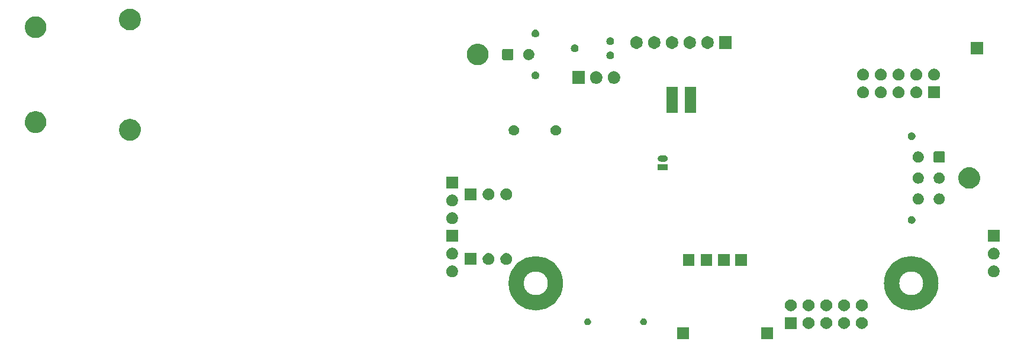
<source format=gbr>
G04 #@! TF.GenerationSoftware,KiCad,Pcbnew,5.1.5+dfsg1-2build2*
G04 #@! TF.CreationDate,2021-11-21T14:02:16+01:00*
G04 #@! TF.ProjectId,wideband_controller_mre,77696465-6261-46e6-945f-636f6e74726f,V1.0*
G04 #@! TF.SameCoordinates,Original*
G04 #@! TF.FileFunction,Soldermask,Bot*
G04 #@! TF.FilePolarity,Negative*
%FSLAX46Y46*%
G04 Gerber Fmt 4.6, Leading zero omitted, Abs format (unit mm)*
G04 Created by KiCad (PCBNEW 5.1.5+dfsg1-2build2) date 2021-11-21 14:02:16*
%MOMM*%
%LPD*%
G04 APERTURE LIST*
%ADD10C,2.200000*%
%ADD11C,0.100000*%
G04 APERTURE END LIST*
D10*
X91300000Y-162700000D02*
G75*
G03X91300000Y-162700000I-2800000J0D01*
G01*
X145000000Y-162700000D02*
G75*
G03X145000000Y-162700000I-2800000J0D01*
G01*
D11*
G36*
X122466200Y-170731200D02*
G01*
X120764200Y-170731200D01*
X120764200Y-169029200D01*
X122466200Y-169029200D01*
X122466200Y-170731200D01*
G37*
G36*
X110401200Y-170731200D02*
G01*
X108699200Y-170731200D01*
X108699200Y-169029200D01*
X110401200Y-169029200D01*
X110401200Y-170731200D01*
G37*
G36*
X125824080Y-169230060D02*
G01*
X124122080Y-169230060D01*
X124122080Y-167528060D01*
X125824080Y-167528060D01*
X125824080Y-169230060D01*
G37*
G36*
X127761308Y-167560763D02*
G01*
X127916180Y-167624913D01*
X128055561Y-167718045D01*
X128174095Y-167836579D01*
X128267227Y-167975960D01*
X128331377Y-168130832D01*
X128364080Y-168295244D01*
X128364080Y-168462876D01*
X128331377Y-168627288D01*
X128267227Y-168782160D01*
X128174095Y-168921541D01*
X128055561Y-169040075D01*
X127916180Y-169133207D01*
X127761308Y-169197357D01*
X127596896Y-169230060D01*
X127429264Y-169230060D01*
X127264852Y-169197357D01*
X127109980Y-169133207D01*
X126970599Y-169040075D01*
X126852065Y-168921541D01*
X126758933Y-168782160D01*
X126694783Y-168627288D01*
X126662080Y-168462876D01*
X126662080Y-168295244D01*
X126694783Y-168130832D01*
X126758933Y-167975960D01*
X126852065Y-167836579D01*
X126970599Y-167718045D01*
X127109980Y-167624913D01*
X127264852Y-167560763D01*
X127429264Y-167528060D01*
X127596896Y-167528060D01*
X127761308Y-167560763D01*
G37*
G36*
X132841308Y-167560763D02*
G01*
X132996180Y-167624913D01*
X133135561Y-167718045D01*
X133254095Y-167836579D01*
X133347227Y-167975960D01*
X133411377Y-168130832D01*
X133444080Y-168295244D01*
X133444080Y-168462876D01*
X133411377Y-168627288D01*
X133347227Y-168782160D01*
X133254095Y-168921541D01*
X133135561Y-169040075D01*
X132996180Y-169133207D01*
X132841308Y-169197357D01*
X132676896Y-169230060D01*
X132509264Y-169230060D01*
X132344852Y-169197357D01*
X132189980Y-169133207D01*
X132050599Y-169040075D01*
X131932065Y-168921541D01*
X131838933Y-168782160D01*
X131774783Y-168627288D01*
X131742080Y-168462876D01*
X131742080Y-168295244D01*
X131774783Y-168130832D01*
X131838933Y-167975960D01*
X131932065Y-167836579D01*
X132050599Y-167718045D01*
X132189980Y-167624913D01*
X132344852Y-167560763D01*
X132509264Y-167528060D01*
X132676896Y-167528060D01*
X132841308Y-167560763D01*
G37*
G36*
X135381308Y-167560763D02*
G01*
X135536180Y-167624913D01*
X135675561Y-167718045D01*
X135794095Y-167836579D01*
X135887227Y-167975960D01*
X135951377Y-168130832D01*
X135984080Y-168295244D01*
X135984080Y-168462876D01*
X135951377Y-168627288D01*
X135887227Y-168782160D01*
X135794095Y-168921541D01*
X135675561Y-169040075D01*
X135536180Y-169133207D01*
X135381308Y-169197357D01*
X135216896Y-169230060D01*
X135049264Y-169230060D01*
X134884852Y-169197357D01*
X134729980Y-169133207D01*
X134590599Y-169040075D01*
X134472065Y-168921541D01*
X134378933Y-168782160D01*
X134314783Y-168627288D01*
X134282080Y-168462876D01*
X134282080Y-168295244D01*
X134314783Y-168130832D01*
X134378933Y-167975960D01*
X134472065Y-167836579D01*
X134590599Y-167718045D01*
X134729980Y-167624913D01*
X134884852Y-167560763D01*
X135049264Y-167528060D01*
X135216896Y-167528060D01*
X135381308Y-167560763D01*
G37*
G36*
X130301308Y-167560763D02*
G01*
X130456180Y-167624913D01*
X130595561Y-167718045D01*
X130714095Y-167836579D01*
X130807227Y-167975960D01*
X130871377Y-168130832D01*
X130904080Y-168295244D01*
X130904080Y-168462876D01*
X130871377Y-168627288D01*
X130807227Y-168782160D01*
X130714095Y-168921541D01*
X130595561Y-169040075D01*
X130456180Y-169133207D01*
X130301308Y-169197357D01*
X130136896Y-169230060D01*
X129969264Y-169230060D01*
X129804852Y-169197357D01*
X129649980Y-169133207D01*
X129510599Y-169040075D01*
X129392065Y-168921541D01*
X129298933Y-168782160D01*
X129234783Y-168627288D01*
X129202080Y-168462876D01*
X129202080Y-168295244D01*
X129234783Y-168130832D01*
X129298933Y-167975960D01*
X129392065Y-167836579D01*
X129510599Y-167718045D01*
X129649980Y-167624913D01*
X129804852Y-167560763D01*
X129969264Y-167528060D01*
X130136896Y-167528060D01*
X130301308Y-167560763D01*
G37*
G36*
X104058532Y-167730541D02*
G01*
X104148707Y-167767893D01*
X104229863Y-167822120D01*
X104298880Y-167891137D01*
X104353107Y-167972293D01*
X104390459Y-168062468D01*
X104409500Y-168158197D01*
X104409500Y-168255803D01*
X104390459Y-168351532D01*
X104353107Y-168441707D01*
X104298880Y-168522863D01*
X104229863Y-168591880D01*
X104148707Y-168646107D01*
X104058532Y-168683459D01*
X103962803Y-168702500D01*
X103865197Y-168702500D01*
X103769468Y-168683459D01*
X103679293Y-168646107D01*
X103598137Y-168591880D01*
X103529120Y-168522863D01*
X103474893Y-168441707D01*
X103437541Y-168351532D01*
X103418500Y-168255803D01*
X103418500Y-168158197D01*
X103437541Y-168062468D01*
X103474893Y-167972293D01*
X103529120Y-167891137D01*
X103598137Y-167822120D01*
X103679293Y-167767893D01*
X103769468Y-167730541D01*
X103865197Y-167711500D01*
X103962803Y-167711500D01*
X104058532Y-167730541D01*
G37*
G36*
X96058532Y-167730541D02*
G01*
X96148707Y-167767893D01*
X96229863Y-167822120D01*
X96298880Y-167891137D01*
X96353107Y-167972293D01*
X96390459Y-168062468D01*
X96409500Y-168158197D01*
X96409500Y-168255803D01*
X96390459Y-168351532D01*
X96353107Y-168441707D01*
X96298880Y-168522863D01*
X96229863Y-168591880D01*
X96148707Y-168646107D01*
X96058532Y-168683459D01*
X95962803Y-168702500D01*
X95865197Y-168702500D01*
X95769468Y-168683459D01*
X95679293Y-168646107D01*
X95598137Y-168591880D01*
X95529120Y-168522863D01*
X95474893Y-168441707D01*
X95437541Y-168351532D01*
X95418500Y-168255803D01*
X95418500Y-168158197D01*
X95437541Y-168062468D01*
X95474893Y-167972293D01*
X95529120Y-167891137D01*
X95598137Y-167822120D01*
X95679293Y-167767893D01*
X95769468Y-167730541D01*
X95865197Y-167711500D01*
X95962803Y-167711500D01*
X96058532Y-167730541D01*
G37*
G36*
X127761308Y-165020763D02*
G01*
X127916180Y-165084913D01*
X128055561Y-165178045D01*
X128174095Y-165296579D01*
X128267227Y-165435960D01*
X128331377Y-165590832D01*
X128364080Y-165755244D01*
X128364080Y-165922876D01*
X128331377Y-166087288D01*
X128267227Y-166242160D01*
X128174095Y-166381541D01*
X128055561Y-166500075D01*
X127916180Y-166593207D01*
X127761308Y-166657357D01*
X127596896Y-166690060D01*
X127429264Y-166690060D01*
X127264852Y-166657357D01*
X127109980Y-166593207D01*
X126970599Y-166500075D01*
X126852065Y-166381541D01*
X126758933Y-166242160D01*
X126694783Y-166087288D01*
X126662080Y-165922876D01*
X126662080Y-165755244D01*
X126694783Y-165590832D01*
X126758933Y-165435960D01*
X126852065Y-165296579D01*
X126970599Y-165178045D01*
X127109980Y-165084913D01*
X127264852Y-165020763D01*
X127429264Y-164988060D01*
X127596896Y-164988060D01*
X127761308Y-165020763D01*
G37*
G36*
X130301308Y-165020763D02*
G01*
X130456180Y-165084913D01*
X130595561Y-165178045D01*
X130714095Y-165296579D01*
X130807227Y-165435960D01*
X130871377Y-165590832D01*
X130904080Y-165755244D01*
X130904080Y-165922876D01*
X130871377Y-166087288D01*
X130807227Y-166242160D01*
X130714095Y-166381541D01*
X130595561Y-166500075D01*
X130456180Y-166593207D01*
X130301308Y-166657357D01*
X130136896Y-166690060D01*
X129969264Y-166690060D01*
X129804852Y-166657357D01*
X129649980Y-166593207D01*
X129510599Y-166500075D01*
X129392065Y-166381541D01*
X129298933Y-166242160D01*
X129234783Y-166087288D01*
X129202080Y-165922876D01*
X129202080Y-165755244D01*
X129234783Y-165590832D01*
X129298933Y-165435960D01*
X129392065Y-165296579D01*
X129510599Y-165178045D01*
X129649980Y-165084913D01*
X129804852Y-165020763D01*
X129969264Y-164988060D01*
X130136896Y-164988060D01*
X130301308Y-165020763D01*
G37*
G36*
X125221308Y-165020763D02*
G01*
X125376180Y-165084913D01*
X125515561Y-165178045D01*
X125634095Y-165296579D01*
X125727227Y-165435960D01*
X125791377Y-165590832D01*
X125824080Y-165755244D01*
X125824080Y-165922876D01*
X125791377Y-166087288D01*
X125727227Y-166242160D01*
X125634095Y-166381541D01*
X125515561Y-166500075D01*
X125376180Y-166593207D01*
X125221308Y-166657357D01*
X125056896Y-166690060D01*
X124889264Y-166690060D01*
X124724852Y-166657357D01*
X124569980Y-166593207D01*
X124430599Y-166500075D01*
X124312065Y-166381541D01*
X124218933Y-166242160D01*
X124154783Y-166087288D01*
X124122080Y-165922876D01*
X124122080Y-165755244D01*
X124154783Y-165590832D01*
X124218933Y-165435960D01*
X124312065Y-165296579D01*
X124430599Y-165178045D01*
X124569980Y-165084913D01*
X124724852Y-165020763D01*
X124889264Y-164988060D01*
X125056896Y-164988060D01*
X125221308Y-165020763D01*
G37*
G36*
X132841308Y-165020763D02*
G01*
X132996180Y-165084913D01*
X133135561Y-165178045D01*
X133254095Y-165296579D01*
X133347227Y-165435960D01*
X133411377Y-165590832D01*
X133444080Y-165755244D01*
X133444080Y-165922876D01*
X133411377Y-166087288D01*
X133347227Y-166242160D01*
X133254095Y-166381541D01*
X133135561Y-166500075D01*
X132996180Y-166593207D01*
X132841308Y-166657357D01*
X132676896Y-166690060D01*
X132509264Y-166690060D01*
X132344852Y-166657357D01*
X132189980Y-166593207D01*
X132050599Y-166500075D01*
X131932065Y-166381541D01*
X131838933Y-166242160D01*
X131774783Y-166087288D01*
X131742080Y-165922876D01*
X131742080Y-165755244D01*
X131774783Y-165590832D01*
X131838933Y-165435960D01*
X131932065Y-165296579D01*
X132050599Y-165178045D01*
X132189980Y-165084913D01*
X132344852Y-165020763D01*
X132509264Y-164988060D01*
X132676896Y-164988060D01*
X132841308Y-165020763D01*
G37*
G36*
X135381308Y-165020763D02*
G01*
X135536180Y-165084913D01*
X135675561Y-165178045D01*
X135794095Y-165296579D01*
X135887227Y-165435960D01*
X135951377Y-165590832D01*
X135984080Y-165755244D01*
X135984080Y-165922876D01*
X135951377Y-166087288D01*
X135887227Y-166242160D01*
X135794095Y-166381541D01*
X135675561Y-166500075D01*
X135536180Y-166593207D01*
X135381308Y-166657357D01*
X135216896Y-166690060D01*
X135049264Y-166690060D01*
X134884852Y-166657357D01*
X134729980Y-166593207D01*
X134590599Y-166500075D01*
X134472065Y-166381541D01*
X134378933Y-166242160D01*
X134314783Y-166087288D01*
X134282080Y-165922876D01*
X134282080Y-165755244D01*
X134314783Y-165590832D01*
X134378933Y-165435960D01*
X134472065Y-165296579D01*
X134590599Y-165178045D01*
X134729980Y-165084913D01*
X134884852Y-165020763D01*
X135049264Y-164988060D01*
X135216896Y-164988060D01*
X135381308Y-165020763D01*
G37*
G36*
X76778428Y-160171903D02*
G01*
X76933300Y-160236053D01*
X77072681Y-160329185D01*
X77191215Y-160447719D01*
X77284347Y-160587100D01*
X77348497Y-160741972D01*
X77381200Y-160906384D01*
X77381200Y-161074016D01*
X77348497Y-161238428D01*
X77284347Y-161393300D01*
X77191215Y-161532681D01*
X77072681Y-161651215D01*
X76933300Y-161744347D01*
X76778428Y-161808497D01*
X76614016Y-161841200D01*
X76446384Y-161841200D01*
X76281972Y-161808497D01*
X76127100Y-161744347D01*
X75987719Y-161651215D01*
X75869185Y-161532681D01*
X75776053Y-161393300D01*
X75711903Y-161238428D01*
X75679200Y-161074016D01*
X75679200Y-160906384D01*
X75711903Y-160741972D01*
X75776053Y-160587100D01*
X75869185Y-160447719D01*
X75987719Y-160329185D01*
X76127100Y-160236053D01*
X76281972Y-160171903D01*
X76446384Y-160139200D01*
X76614016Y-160139200D01*
X76778428Y-160171903D01*
G37*
G36*
X154248428Y-160171903D02*
G01*
X154403300Y-160236053D01*
X154542681Y-160329185D01*
X154661215Y-160447719D01*
X154754347Y-160587100D01*
X154818497Y-160741972D01*
X154851200Y-160906384D01*
X154851200Y-161074016D01*
X154818497Y-161238428D01*
X154754347Y-161393300D01*
X154661215Y-161532681D01*
X154542681Y-161651215D01*
X154403300Y-161744347D01*
X154248428Y-161808497D01*
X154084016Y-161841200D01*
X153916384Y-161841200D01*
X153751972Y-161808497D01*
X153597100Y-161744347D01*
X153457719Y-161651215D01*
X153339185Y-161532681D01*
X153246053Y-161393300D01*
X153181903Y-161238428D01*
X153149200Y-161074016D01*
X153149200Y-160906384D01*
X153181903Y-160741972D01*
X153246053Y-160587100D01*
X153339185Y-160447719D01*
X153457719Y-160329185D01*
X153597100Y-160236053D01*
X153751972Y-160171903D01*
X153916384Y-160139200D01*
X154084016Y-160139200D01*
X154248428Y-160171903D01*
G37*
G36*
X118751600Y-160211800D02*
G01*
X117049600Y-160211800D01*
X117049600Y-158509800D01*
X118751600Y-158509800D01*
X118751600Y-160211800D01*
G37*
G36*
X116251600Y-160211800D02*
G01*
X114549600Y-160211800D01*
X114549600Y-158509800D01*
X116251600Y-158509800D01*
X116251600Y-160211800D01*
G37*
G36*
X111213600Y-160173800D02*
G01*
X109587600Y-160173800D01*
X109587600Y-158547800D01*
X111213600Y-158547800D01*
X111213600Y-160173800D01*
G37*
G36*
X113713600Y-160173800D02*
G01*
X112087600Y-160173800D01*
X112087600Y-158547800D01*
X113713600Y-158547800D01*
X113713600Y-160173800D01*
G37*
G36*
X84525428Y-158393903D02*
G01*
X84680300Y-158458053D01*
X84819681Y-158551185D01*
X84938215Y-158669719D01*
X85031347Y-158809100D01*
X85095497Y-158963972D01*
X85128200Y-159128384D01*
X85128200Y-159296016D01*
X85095497Y-159460428D01*
X85031347Y-159615300D01*
X84938215Y-159754681D01*
X84819681Y-159873215D01*
X84680300Y-159966347D01*
X84525428Y-160030497D01*
X84361016Y-160063200D01*
X84193384Y-160063200D01*
X84028972Y-160030497D01*
X83874100Y-159966347D01*
X83734719Y-159873215D01*
X83616185Y-159754681D01*
X83523053Y-159615300D01*
X83458903Y-159460428D01*
X83426200Y-159296016D01*
X83426200Y-159128384D01*
X83458903Y-158963972D01*
X83523053Y-158809100D01*
X83616185Y-158669719D01*
X83734719Y-158551185D01*
X83874100Y-158458053D01*
X84028972Y-158393903D01*
X84193384Y-158361200D01*
X84361016Y-158361200D01*
X84525428Y-158393903D01*
G37*
G36*
X81985428Y-158393903D02*
G01*
X82140300Y-158458053D01*
X82279681Y-158551185D01*
X82398215Y-158669719D01*
X82491347Y-158809100D01*
X82555497Y-158963972D01*
X82588200Y-159128384D01*
X82588200Y-159296016D01*
X82555497Y-159460428D01*
X82491347Y-159615300D01*
X82398215Y-159754681D01*
X82279681Y-159873215D01*
X82140300Y-159966347D01*
X81985428Y-160030497D01*
X81821016Y-160063200D01*
X81653384Y-160063200D01*
X81488972Y-160030497D01*
X81334100Y-159966347D01*
X81194719Y-159873215D01*
X81076185Y-159754681D01*
X80983053Y-159615300D01*
X80918903Y-159460428D01*
X80886200Y-159296016D01*
X80886200Y-159128384D01*
X80918903Y-158963972D01*
X80983053Y-158809100D01*
X81076185Y-158669719D01*
X81194719Y-158551185D01*
X81334100Y-158458053D01*
X81488972Y-158393903D01*
X81653384Y-158361200D01*
X81821016Y-158361200D01*
X81985428Y-158393903D01*
G37*
G36*
X80048200Y-160063200D02*
G01*
X78346200Y-160063200D01*
X78346200Y-158361200D01*
X80048200Y-158361200D01*
X80048200Y-160063200D01*
G37*
G36*
X76778428Y-157631903D02*
G01*
X76933300Y-157696053D01*
X77072681Y-157789185D01*
X77191215Y-157907719D01*
X77284347Y-158047100D01*
X77348497Y-158201972D01*
X77381200Y-158366384D01*
X77381200Y-158534016D01*
X77348497Y-158698428D01*
X77284347Y-158853300D01*
X77191215Y-158992681D01*
X77072681Y-159111215D01*
X76933300Y-159204347D01*
X76778428Y-159268497D01*
X76614016Y-159301200D01*
X76446384Y-159301200D01*
X76281972Y-159268497D01*
X76127100Y-159204347D01*
X75987719Y-159111215D01*
X75869185Y-158992681D01*
X75776053Y-158853300D01*
X75711903Y-158698428D01*
X75679200Y-158534016D01*
X75679200Y-158366384D01*
X75711903Y-158201972D01*
X75776053Y-158047100D01*
X75869185Y-157907719D01*
X75987719Y-157789185D01*
X76127100Y-157696053D01*
X76281972Y-157631903D01*
X76446384Y-157599200D01*
X76614016Y-157599200D01*
X76778428Y-157631903D01*
G37*
G36*
X154248428Y-157631903D02*
G01*
X154403300Y-157696053D01*
X154542681Y-157789185D01*
X154661215Y-157907719D01*
X154754347Y-158047100D01*
X154818497Y-158201972D01*
X154851200Y-158366384D01*
X154851200Y-158534016D01*
X154818497Y-158698428D01*
X154754347Y-158853300D01*
X154661215Y-158992681D01*
X154542681Y-159111215D01*
X154403300Y-159204347D01*
X154248428Y-159268497D01*
X154084016Y-159301200D01*
X153916384Y-159301200D01*
X153751972Y-159268497D01*
X153597100Y-159204347D01*
X153457719Y-159111215D01*
X153339185Y-158992681D01*
X153246053Y-158853300D01*
X153181903Y-158698428D01*
X153149200Y-158534016D01*
X153149200Y-158366384D01*
X153181903Y-158201972D01*
X153246053Y-158047100D01*
X153339185Y-157907719D01*
X153457719Y-157789185D01*
X153597100Y-157696053D01*
X153751972Y-157631903D01*
X153916384Y-157599200D01*
X154084016Y-157599200D01*
X154248428Y-157631903D01*
G37*
G36*
X77381200Y-156761200D02*
G01*
X75679200Y-156761200D01*
X75679200Y-155059200D01*
X77381200Y-155059200D01*
X77381200Y-156761200D01*
G37*
G36*
X154851200Y-156761200D02*
G01*
X153149200Y-156761200D01*
X153149200Y-155059200D01*
X154851200Y-155059200D01*
X154851200Y-156761200D01*
G37*
G36*
X76778428Y-152551903D02*
G01*
X76933300Y-152616053D01*
X77072681Y-152709185D01*
X77191215Y-152827719D01*
X77284347Y-152967100D01*
X77348497Y-153121972D01*
X77381200Y-153286384D01*
X77381200Y-153454016D01*
X77348497Y-153618428D01*
X77284347Y-153773300D01*
X77191215Y-153912681D01*
X77072681Y-154031215D01*
X76933300Y-154124347D01*
X76778428Y-154188497D01*
X76614016Y-154221200D01*
X76446384Y-154221200D01*
X76281972Y-154188497D01*
X76127100Y-154124347D01*
X75987719Y-154031215D01*
X75869185Y-153912681D01*
X75776053Y-153773300D01*
X75711903Y-153618428D01*
X75679200Y-153454016D01*
X75679200Y-153286384D01*
X75711903Y-153121972D01*
X75776053Y-152967100D01*
X75869185Y-152827719D01*
X75987719Y-152709185D01*
X76127100Y-152616053D01*
X76281972Y-152551903D01*
X76446384Y-152519200D01*
X76614016Y-152519200D01*
X76778428Y-152551903D01*
G37*
G36*
X142420721Y-153070174D02*
G01*
X142520995Y-153111709D01*
X142565812Y-153141655D01*
X142611242Y-153172010D01*
X142687990Y-153248758D01*
X142687991Y-153248760D01*
X142748291Y-153339005D01*
X142789826Y-153439279D01*
X142811000Y-153545730D01*
X142811000Y-153654270D01*
X142789826Y-153760721D01*
X142748291Y-153860995D01*
X142748290Y-153860996D01*
X142687990Y-153951242D01*
X142611242Y-154027990D01*
X142606415Y-154031215D01*
X142520995Y-154088291D01*
X142420721Y-154129826D01*
X142314270Y-154151000D01*
X142205730Y-154151000D01*
X142099279Y-154129826D01*
X141999005Y-154088291D01*
X141913585Y-154031215D01*
X141908758Y-154027990D01*
X141832010Y-153951242D01*
X141771710Y-153860996D01*
X141771709Y-153860995D01*
X141730174Y-153760721D01*
X141709000Y-153654270D01*
X141709000Y-153545730D01*
X141730174Y-153439279D01*
X141771709Y-153339005D01*
X141832009Y-153248760D01*
X141832010Y-153248758D01*
X141908758Y-153172010D01*
X141954188Y-153141655D01*
X141999005Y-153111709D01*
X142099279Y-153070174D01*
X142205730Y-153049000D01*
X142314270Y-153049000D01*
X142420721Y-153070174D01*
G37*
G36*
X76778428Y-150011903D02*
G01*
X76933300Y-150076053D01*
X77072681Y-150169185D01*
X77191215Y-150287719D01*
X77284347Y-150427100D01*
X77348497Y-150581972D01*
X77381200Y-150746384D01*
X77381200Y-150914016D01*
X77348497Y-151078428D01*
X77284347Y-151233300D01*
X77191215Y-151372681D01*
X77072681Y-151491215D01*
X76933300Y-151584347D01*
X76778428Y-151648497D01*
X76614016Y-151681200D01*
X76446384Y-151681200D01*
X76281972Y-151648497D01*
X76127100Y-151584347D01*
X75987719Y-151491215D01*
X75869185Y-151372681D01*
X75776053Y-151233300D01*
X75711903Y-151078428D01*
X75679200Y-150914016D01*
X75679200Y-150746384D01*
X75711903Y-150581972D01*
X75776053Y-150427100D01*
X75869185Y-150287719D01*
X75987719Y-150169185D01*
X76127100Y-150076053D01*
X76281972Y-150011903D01*
X76446384Y-149979200D01*
X76614016Y-149979200D01*
X76778428Y-150011903D01*
G37*
G36*
X146433642Y-149829781D02*
G01*
X146579414Y-149890162D01*
X146579416Y-149890163D01*
X146710608Y-149977822D01*
X146822178Y-150089392D01*
X146889019Y-150189428D01*
X146909838Y-150220586D01*
X146970219Y-150366358D01*
X147001000Y-150521107D01*
X147001000Y-150678893D01*
X146970219Y-150833642D01*
X146909838Y-150979414D01*
X146909837Y-150979416D01*
X146822178Y-151110608D01*
X146710608Y-151222178D01*
X146579416Y-151309837D01*
X146579415Y-151309838D01*
X146579414Y-151309838D01*
X146433642Y-151370219D01*
X146278893Y-151401000D01*
X146121107Y-151401000D01*
X145966358Y-151370219D01*
X145820586Y-151309838D01*
X145820585Y-151309838D01*
X145820584Y-151309837D01*
X145689392Y-151222178D01*
X145577822Y-151110608D01*
X145490163Y-150979416D01*
X145490162Y-150979414D01*
X145429781Y-150833642D01*
X145399000Y-150678893D01*
X145399000Y-150521107D01*
X145429781Y-150366358D01*
X145490162Y-150220586D01*
X145510981Y-150189428D01*
X145577822Y-150089392D01*
X145689392Y-149977822D01*
X145820584Y-149890163D01*
X145820586Y-149890162D01*
X145966358Y-149829781D01*
X146121107Y-149799000D01*
X146278893Y-149799000D01*
X146433642Y-149829781D01*
G37*
G36*
X143433642Y-149829781D02*
G01*
X143579414Y-149890162D01*
X143579416Y-149890163D01*
X143710608Y-149977822D01*
X143822178Y-150089392D01*
X143889019Y-150189428D01*
X143909838Y-150220586D01*
X143970219Y-150366358D01*
X144001000Y-150521107D01*
X144001000Y-150678893D01*
X143970219Y-150833642D01*
X143909838Y-150979414D01*
X143909837Y-150979416D01*
X143822178Y-151110608D01*
X143710608Y-151222178D01*
X143579416Y-151309837D01*
X143579415Y-151309838D01*
X143579414Y-151309838D01*
X143433642Y-151370219D01*
X143278893Y-151401000D01*
X143121107Y-151401000D01*
X142966358Y-151370219D01*
X142820586Y-151309838D01*
X142820585Y-151309838D01*
X142820584Y-151309837D01*
X142689392Y-151222178D01*
X142577822Y-151110608D01*
X142490163Y-150979416D01*
X142490162Y-150979414D01*
X142429781Y-150833642D01*
X142399000Y-150678893D01*
X142399000Y-150521107D01*
X142429781Y-150366358D01*
X142490162Y-150220586D01*
X142510981Y-150189428D01*
X142577822Y-150089392D01*
X142689392Y-149977822D01*
X142820584Y-149890163D01*
X142820586Y-149890162D01*
X142966358Y-149829781D01*
X143121107Y-149799000D01*
X143278893Y-149799000D01*
X143433642Y-149829781D01*
G37*
G36*
X84525428Y-149122903D02*
G01*
X84680300Y-149187053D01*
X84819681Y-149280185D01*
X84938215Y-149398719D01*
X85031347Y-149538100D01*
X85095497Y-149692972D01*
X85128200Y-149857384D01*
X85128200Y-150025016D01*
X85095497Y-150189428D01*
X85031347Y-150344300D01*
X84938215Y-150483681D01*
X84819681Y-150602215D01*
X84680300Y-150695347D01*
X84525428Y-150759497D01*
X84361016Y-150792200D01*
X84193384Y-150792200D01*
X84028972Y-150759497D01*
X83874100Y-150695347D01*
X83734719Y-150602215D01*
X83616185Y-150483681D01*
X83523053Y-150344300D01*
X83458903Y-150189428D01*
X83426200Y-150025016D01*
X83426200Y-149857384D01*
X83458903Y-149692972D01*
X83523053Y-149538100D01*
X83616185Y-149398719D01*
X83734719Y-149280185D01*
X83874100Y-149187053D01*
X84028972Y-149122903D01*
X84193384Y-149090200D01*
X84361016Y-149090200D01*
X84525428Y-149122903D01*
G37*
G36*
X81985428Y-149122903D02*
G01*
X82140300Y-149187053D01*
X82279681Y-149280185D01*
X82398215Y-149398719D01*
X82491347Y-149538100D01*
X82555497Y-149692972D01*
X82588200Y-149857384D01*
X82588200Y-150025016D01*
X82555497Y-150189428D01*
X82491347Y-150344300D01*
X82398215Y-150483681D01*
X82279681Y-150602215D01*
X82140300Y-150695347D01*
X81985428Y-150759497D01*
X81821016Y-150792200D01*
X81653384Y-150792200D01*
X81488972Y-150759497D01*
X81334100Y-150695347D01*
X81194719Y-150602215D01*
X81076185Y-150483681D01*
X80983053Y-150344300D01*
X80918903Y-150189428D01*
X80886200Y-150025016D01*
X80886200Y-149857384D01*
X80918903Y-149692972D01*
X80983053Y-149538100D01*
X81076185Y-149398719D01*
X81194719Y-149280185D01*
X81334100Y-149187053D01*
X81488972Y-149122903D01*
X81653384Y-149090200D01*
X81821016Y-149090200D01*
X81985428Y-149122903D01*
G37*
G36*
X80048200Y-150792200D02*
G01*
X78346200Y-150792200D01*
X78346200Y-149090200D01*
X80048200Y-149090200D01*
X80048200Y-150792200D01*
G37*
G36*
X150822585Y-146078802D02*
G01*
X150972410Y-146108604D01*
X151254674Y-146225521D01*
X151508705Y-146395259D01*
X151724741Y-146611295D01*
X151894479Y-146865326D01*
X152011396Y-147147590D01*
X152071000Y-147447240D01*
X152071000Y-147752760D01*
X152011396Y-148052410D01*
X151894479Y-148334674D01*
X151724741Y-148588705D01*
X151508705Y-148804741D01*
X151254674Y-148974479D01*
X150972410Y-149091396D01*
X150822585Y-149121198D01*
X150672761Y-149151000D01*
X150367239Y-149151000D01*
X150217415Y-149121198D01*
X150067590Y-149091396D01*
X149785326Y-148974479D01*
X149531295Y-148804741D01*
X149315259Y-148588705D01*
X149145521Y-148334674D01*
X149028604Y-148052410D01*
X148969000Y-147752760D01*
X148969000Y-147447240D01*
X149028604Y-147147590D01*
X149145521Y-146865326D01*
X149315259Y-146611295D01*
X149531295Y-146395259D01*
X149785326Y-146225521D01*
X150067590Y-146108604D01*
X150217415Y-146078802D01*
X150367239Y-146049000D01*
X150672761Y-146049000D01*
X150822585Y-146078802D01*
G37*
G36*
X77381200Y-149141200D02*
G01*
X75679200Y-149141200D01*
X75679200Y-147439200D01*
X77381200Y-147439200D01*
X77381200Y-149141200D01*
G37*
G36*
X143433642Y-146829781D02*
G01*
X143579414Y-146890162D01*
X143579416Y-146890163D01*
X143710608Y-146977822D01*
X143822178Y-147089392D01*
X143861064Y-147147590D01*
X143909838Y-147220586D01*
X143970219Y-147366358D01*
X144001000Y-147521107D01*
X144001000Y-147678893D01*
X143970219Y-147833642D01*
X143909838Y-147979414D01*
X143909837Y-147979416D01*
X143822178Y-148110608D01*
X143710608Y-148222178D01*
X143579416Y-148309837D01*
X143579415Y-148309838D01*
X143579414Y-148309838D01*
X143433642Y-148370219D01*
X143278893Y-148401000D01*
X143121107Y-148401000D01*
X142966358Y-148370219D01*
X142820586Y-148309838D01*
X142820585Y-148309838D01*
X142820584Y-148309837D01*
X142689392Y-148222178D01*
X142577822Y-148110608D01*
X142490163Y-147979416D01*
X142490162Y-147979414D01*
X142429781Y-147833642D01*
X142399000Y-147678893D01*
X142399000Y-147521107D01*
X142429781Y-147366358D01*
X142490162Y-147220586D01*
X142538936Y-147147590D01*
X142577822Y-147089392D01*
X142689392Y-146977822D01*
X142820584Y-146890163D01*
X142820586Y-146890162D01*
X142966358Y-146829781D01*
X143121107Y-146799000D01*
X143278893Y-146799000D01*
X143433642Y-146829781D01*
G37*
G36*
X146433642Y-146829781D02*
G01*
X146579414Y-146890162D01*
X146579416Y-146890163D01*
X146710608Y-146977822D01*
X146822178Y-147089392D01*
X146861064Y-147147590D01*
X146909838Y-147220586D01*
X146970219Y-147366358D01*
X147001000Y-147521107D01*
X147001000Y-147678893D01*
X146970219Y-147833642D01*
X146909838Y-147979414D01*
X146909837Y-147979416D01*
X146822178Y-148110608D01*
X146710608Y-148222178D01*
X146579416Y-148309837D01*
X146579415Y-148309838D01*
X146579414Y-148309838D01*
X146433642Y-148370219D01*
X146278893Y-148401000D01*
X146121107Y-148401000D01*
X145966358Y-148370219D01*
X145820586Y-148309838D01*
X145820585Y-148309838D01*
X145820584Y-148309837D01*
X145689392Y-148222178D01*
X145577822Y-148110608D01*
X145490163Y-147979416D01*
X145490162Y-147979414D01*
X145429781Y-147833642D01*
X145399000Y-147678893D01*
X145399000Y-147521107D01*
X145429781Y-147366358D01*
X145490162Y-147220586D01*
X145538936Y-147147590D01*
X145577822Y-147089392D01*
X145689392Y-146977822D01*
X145820584Y-146890163D01*
X145820586Y-146890162D01*
X145966358Y-146829781D01*
X146121107Y-146799000D01*
X146278893Y-146799000D01*
X146433642Y-146829781D01*
G37*
G36*
X107355600Y-146506000D02*
G01*
X105953600Y-146506000D01*
X105953600Y-145604000D01*
X107355600Y-145604000D01*
X107355600Y-146506000D01*
G37*
G36*
X146853048Y-143803122D02*
G01*
X146887387Y-143813539D01*
X146919036Y-143830456D01*
X146946778Y-143853222D01*
X146969544Y-143880964D01*
X146986461Y-143912613D01*
X146996878Y-143946952D01*
X147001000Y-143988807D01*
X147001000Y-145211193D01*
X146996878Y-145253048D01*
X146986461Y-145287387D01*
X146969544Y-145319036D01*
X146946778Y-145346778D01*
X146919036Y-145369544D01*
X146887387Y-145386461D01*
X146853048Y-145396878D01*
X146811193Y-145401000D01*
X145588807Y-145401000D01*
X145546952Y-145396878D01*
X145512613Y-145386461D01*
X145480964Y-145369544D01*
X145453222Y-145346778D01*
X145430456Y-145319036D01*
X145413539Y-145287387D01*
X145403122Y-145253048D01*
X145399000Y-145211193D01*
X145399000Y-143988807D01*
X145403122Y-143946952D01*
X145413539Y-143912613D01*
X145430456Y-143880964D01*
X145453222Y-143853222D01*
X145480964Y-143830456D01*
X145512613Y-143813539D01*
X145546952Y-143803122D01*
X145588807Y-143799000D01*
X146811193Y-143799000D01*
X146853048Y-143803122D01*
G37*
G36*
X143433642Y-143829781D02*
G01*
X143557208Y-143880964D01*
X143579416Y-143890163D01*
X143710608Y-143977822D01*
X143822178Y-144089392D01*
X143909837Y-144220584D01*
X143909838Y-144220586D01*
X143970219Y-144366358D01*
X144001000Y-144521107D01*
X144001000Y-144678893D01*
X143970219Y-144833642D01*
X143943225Y-144898810D01*
X143909837Y-144979416D01*
X143822178Y-145110608D01*
X143710608Y-145222178D01*
X143579416Y-145309837D01*
X143579415Y-145309838D01*
X143579414Y-145309838D01*
X143433642Y-145370219D01*
X143278893Y-145401000D01*
X143121107Y-145401000D01*
X142966358Y-145370219D01*
X142820586Y-145309838D01*
X142820585Y-145309838D01*
X142820584Y-145309837D01*
X142689392Y-145222178D01*
X142577822Y-145110608D01*
X142490163Y-144979416D01*
X142456775Y-144898810D01*
X142429781Y-144833642D01*
X142399000Y-144678893D01*
X142399000Y-144521107D01*
X142429781Y-144366358D01*
X142490162Y-144220586D01*
X142490163Y-144220584D01*
X142577822Y-144089392D01*
X142689392Y-143977822D01*
X142820584Y-143890163D01*
X142842792Y-143880964D01*
X142966358Y-143829781D01*
X143121107Y-143799000D01*
X143278893Y-143799000D01*
X143433642Y-143829781D01*
G37*
G36*
X106993010Y-144365925D02*
G01*
X107078026Y-144391714D01*
X107156375Y-144433593D01*
X107225049Y-144489951D01*
X107281407Y-144558625D01*
X107323286Y-144636974D01*
X107349075Y-144721990D01*
X107357782Y-144810400D01*
X107349075Y-144898810D01*
X107323286Y-144983826D01*
X107281407Y-145062175D01*
X107225049Y-145130849D01*
X107156375Y-145187207D01*
X107078026Y-145229086D01*
X106993010Y-145254875D01*
X106926758Y-145261400D01*
X106382442Y-145261400D01*
X106316190Y-145254875D01*
X106231174Y-145229086D01*
X106152825Y-145187207D01*
X106084151Y-145130849D01*
X106027793Y-145062175D01*
X105985914Y-144983826D01*
X105960125Y-144898810D01*
X105951418Y-144810400D01*
X105960125Y-144721990D01*
X105985914Y-144636974D01*
X106027793Y-144558625D01*
X106084151Y-144489951D01*
X106152825Y-144433593D01*
X106231174Y-144391714D01*
X106316190Y-144365925D01*
X106382442Y-144359400D01*
X106926758Y-144359400D01*
X106993010Y-144365925D01*
G37*
G36*
X30801277Y-139188263D02*
G01*
X30901152Y-139208129D01*
X31018059Y-139256554D01*
X31183391Y-139325036D01*
X31437401Y-139494760D01*
X31653420Y-139710779D01*
X31823144Y-139964789D01*
X31940051Y-140247029D01*
X31973676Y-140416070D01*
X31999650Y-140546653D01*
X31999650Y-140852147D01*
X31940051Y-141151772D01*
X31931668Y-141172010D01*
X31823144Y-141434011D01*
X31653420Y-141688021D01*
X31437401Y-141904040D01*
X31183391Y-142073764D01*
X31018059Y-142142246D01*
X30901152Y-142190671D01*
X30801277Y-142210537D01*
X30601529Y-142250270D01*
X30296031Y-142250270D01*
X30096283Y-142210537D01*
X29996408Y-142190671D01*
X29879501Y-142142246D01*
X29714169Y-142073764D01*
X29460159Y-141904040D01*
X29244140Y-141688021D01*
X29074416Y-141434011D01*
X28965892Y-141172010D01*
X28957509Y-141151772D01*
X28897910Y-140852147D01*
X28897910Y-140546653D01*
X28923885Y-140416070D01*
X28957509Y-140247029D01*
X29074416Y-139964789D01*
X29244140Y-139710779D01*
X29460159Y-139494760D01*
X29714169Y-139325036D01*
X29879501Y-139256554D01*
X29996408Y-139208129D01*
X30096283Y-139188263D01*
X30296031Y-139148530D01*
X30601529Y-139148530D01*
X30801277Y-139188263D01*
G37*
G36*
X142420721Y-141070174D02*
G01*
X142520995Y-141111709D01*
X142565812Y-141141655D01*
X142611242Y-141172010D01*
X142687990Y-141248758D01*
X142687991Y-141248760D01*
X142748291Y-141339005D01*
X142789826Y-141439279D01*
X142811000Y-141545730D01*
X142811000Y-141654270D01*
X142789826Y-141760721D01*
X142748291Y-141860995D01*
X142748290Y-141860996D01*
X142687990Y-141951242D01*
X142611242Y-142027990D01*
X142565812Y-142058345D01*
X142520995Y-142088291D01*
X142420721Y-142129826D01*
X142314270Y-142151000D01*
X142205730Y-142151000D01*
X142099279Y-142129826D01*
X141999005Y-142088291D01*
X141954188Y-142058345D01*
X141908758Y-142027990D01*
X141832010Y-141951242D01*
X141771710Y-141860996D01*
X141771709Y-141860995D01*
X141730174Y-141760721D01*
X141709000Y-141654270D01*
X141709000Y-141545730D01*
X141730174Y-141439279D01*
X141771709Y-141339005D01*
X141832009Y-141248760D01*
X141832010Y-141248758D01*
X141908758Y-141172010D01*
X141954188Y-141141655D01*
X141999005Y-141111709D01*
X142099279Y-141070174D01*
X142205730Y-141049000D01*
X142314270Y-141049000D01*
X142420721Y-141070174D01*
G37*
G36*
X85579659Y-140049660D02*
G01*
X85716332Y-140106272D01*
X85839335Y-140188460D01*
X85943940Y-140293065D01*
X85971420Y-140334192D01*
X86026129Y-140416070D01*
X86082740Y-140552741D01*
X86089794Y-140588202D01*
X86111600Y-140697833D01*
X86111600Y-140845767D01*
X86082740Y-140990859D01*
X86026128Y-141127532D01*
X85943940Y-141250535D01*
X85839335Y-141355140D01*
X85716332Y-141437328D01*
X85716331Y-141437329D01*
X85716330Y-141437329D01*
X85579659Y-141493940D01*
X85434568Y-141522800D01*
X85286632Y-141522800D01*
X85141541Y-141493940D01*
X85004870Y-141437329D01*
X85004869Y-141437329D01*
X85004868Y-141437328D01*
X84881865Y-141355140D01*
X84777260Y-141250535D01*
X84695072Y-141127532D01*
X84638460Y-140990859D01*
X84609600Y-140845767D01*
X84609600Y-140697833D01*
X84631407Y-140588202D01*
X84638460Y-140552741D01*
X84695071Y-140416070D01*
X84749780Y-140334192D01*
X84777260Y-140293065D01*
X84881865Y-140188460D01*
X85004868Y-140106272D01*
X85141541Y-140049660D01*
X85286632Y-140020800D01*
X85434568Y-140020800D01*
X85579659Y-140049660D01*
G37*
G36*
X91579659Y-140049660D02*
G01*
X91716332Y-140106272D01*
X91839335Y-140188460D01*
X91943940Y-140293065D01*
X91971420Y-140334192D01*
X92026129Y-140416070D01*
X92082740Y-140552741D01*
X92089794Y-140588202D01*
X92111600Y-140697833D01*
X92111600Y-140845767D01*
X92082740Y-140990859D01*
X92026128Y-141127532D01*
X91943940Y-141250535D01*
X91839335Y-141355140D01*
X91716332Y-141437328D01*
X91716331Y-141437329D01*
X91716330Y-141437329D01*
X91579659Y-141493940D01*
X91434568Y-141522800D01*
X91286632Y-141522800D01*
X91141541Y-141493940D01*
X91004870Y-141437329D01*
X91004869Y-141437329D01*
X91004868Y-141437328D01*
X90881865Y-141355140D01*
X90777260Y-141250535D01*
X90695072Y-141127532D01*
X90638460Y-140990859D01*
X90609600Y-140845767D01*
X90609600Y-140697833D01*
X90631407Y-140588202D01*
X90638460Y-140552741D01*
X90695071Y-140416070D01*
X90749780Y-140334192D01*
X90777260Y-140293065D01*
X90881865Y-140188460D01*
X91004868Y-140106272D01*
X91141541Y-140049660D01*
X91286632Y-140020800D01*
X91434568Y-140020800D01*
X91579659Y-140049660D01*
G37*
G36*
X17303717Y-138088443D02*
G01*
X17403592Y-138108309D01*
X17520499Y-138156734D01*
X17685831Y-138225216D01*
X17939841Y-138394940D01*
X18155860Y-138610959D01*
X18325584Y-138864969D01*
X18394066Y-139030301D01*
X18442491Y-139147208D01*
X18502090Y-139446833D01*
X18502090Y-139752327D01*
X18448688Y-140020800D01*
X18442491Y-140051951D01*
X18325584Y-140334191D01*
X18155860Y-140588201D01*
X17939841Y-140804220D01*
X17685831Y-140973944D01*
X17520499Y-141042426D01*
X17403592Y-141090851D01*
X17303717Y-141110717D01*
X17103969Y-141150450D01*
X16798471Y-141150450D01*
X16598723Y-141110717D01*
X16498848Y-141090851D01*
X16381941Y-141042426D01*
X16216609Y-140973944D01*
X15962599Y-140804220D01*
X15746580Y-140588201D01*
X15576856Y-140334191D01*
X15459949Y-140051951D01*
X15453753Y-140020800D01*
X15400350Y-139752327D01*
X15400350Y-139446833D01*
X15459949Y-139147208D01*
X15508374Y-139030301D01*
X15576856Y-138864969D01*
X15746580Y-138610959D01*
X15962599Y-138394940D01*
X16216609Y-138225216D01*
X16381941Y-138156734D01*
X16498848Y-138108309D01*
X16598723Y-138088443D01*
X16798471Y-138048710D01*
X17103969Y-138048710D01*
X17303717Y-138088443D01*
G37*
G36*
X111401000Y-138251000D02*
G01*
X109799000Y-138251000D01*
X109799000Y-134549000D01*
X111401000Y-134549000D01*
X111401000Y-138251000D01*
G37*
G36*
X108801000Y-138251000D02*
G01*
X107199000Y-138251000D01*
X107199000Y-134549000D01*
X108801000Y-134549000D01*
X108801000Y-138251000D01*
G37*
G36*
X140646728Y-134517903D02*
G01*
X140801600Y-134582053D01*
X140940981Y-134675185D01*
X141059515Y-134793719D01*
X141152647Y-134933100D01*
X141216797Y-135087972D01*
X141249500Y-135252384D01*
X141249500Y-135420016D01*
X141216797Y-135584428D01*
X141152647Y-135739300D01*
X141059515Y-135878681D01*
X140940981Y-135997215D01*
X140801600Y-136090347D01*
X140646728Y-136154497D01*
X140482316Y-136187200D01*
X140314684Y-136187200D01*
X140150272Y-136154497D01*
X139995400Y-136090347D01*
X139856019Y-135997215D01*
X139737485Y-135878681D01*
X139644353Y-135739300D01*
X139580203Y-135584428D01*
X139547500Y-135420016D01*
X139547500Y-135252384D01*
X139580203Y-135087972D01*
X139644353Y-134933100D01*
X139737485Y-134793719D01*
X139856019Y-134675185D01*
X139995400Y-134582053D01*
X140150272Y-134517903D01*
X140314684Y-134485200D01*
X140482316Y-134485200D01*
X140646728Y-134517903D01*
G37*
G36*
X135566728Y-134517903D02*
G01*
X135721600Y-134582053D01*
X135860981Y-134675185D01*
X135979515Y-134793719D01*
X136072647Y-134933100D01*
X136136797Y-135087972D01*
X136169500Y-135252384D01*
X136169500Y-135420016D01*
X136136797Y-135584428D01*
X136072647Y-135739300D01*
X135979515Y-135878681D01*
X135860981Y-135997215D01*
X135721600Y-136090347D01*
X135566728Y-136154497D01*
X135402316Y-136187200D01*
X135234684Y-136187200D01*
X135070272Y-136154497D01*
X134915400Y-136090347D01*
X134776019Y-135997215D01*
X134657485Y-135878681D01*
X134564353Y-135739300D01*
X134500203Y-135584428D01*
X134467500Y-135420016D01*
X134467500Y-135252384D01*
X134500203Y-135087972D01*
X134564353Y-134933100D01*
X134657485Y-134793719D01*
X134776019Y-134675185D01*
X134915400Y-134582053D01*
X135070272Y-134517903D01*
X135234684Y-134485200D01*
X135402316Y-134485200D01*
X135566728Y-134517903D01*
G37*
G36*
X138106728Y-134517903D02*
G01*
X138261600Y-134582053D01*
X138400981Y-134675185D01*
X138519515Y-134793719D01*
X138612647Y-134933100D01*
X138676797Y-135087972D01*
X138709500Y-135252384D01*
X138709500Y-135420016D01*
X138676797Y-135584428D01*
X138612647Y-135739300D01*
X138519515Y-135878681D01*
X138400981Y-135997215D01*
X138261600Y-136090347D01*
X138106728Y-136154497D01*
X137942316Y-136187200D01*
X137774684Y-136187200D01*
X137610272Y-136154497D01*
X137455400Y-136090347D01*
X137316019Y-135997215D01*
X137197485Y-135878681D01*
X137104353Y-135739300D01*
X137040203Y-135584428D01*
X137007500Y-135420016D01*
X137007500Y-135252384D01*
X137040203Y-135087972D01*
X137104353Y-134933100D01*
X137197485Y-134793719D01*
X137316019Y-134675185D01*
X137455400Y-134582053D01*
X137610272Y-134517903D01*
X137774684Y-134485200D01*
X137942316Y-134485200D01*
X138106728Y-134517903D01*
G37*
G36*
X143186728Y-134517903D02*
G01*
X143341600Y-134582053D01*
X143480981Y-134675185D01*
X143599515Y-134793719D01*
X143692647Y-134933100D01*
X143756797Y-135087972D01*
X143789500Y-135252384D01*
X143789500Y-135420016D01*
X143756797Y-135584428D01*
X143692647Y-135739300D01*
X143599515Y-135878681D01*
X143480981Y-135997215D01*
X143341600Y-136090347D01*
X143186728Y-136154497D01*
X143022316Y-136187200D01*
X142854684Y-136187200D01*
X142690272Y-136154497D01*
X142535400Y-136090347D01*
X142396019Y-135997215D01*
X142277485Y-135878681D01*
X142184353Y-135739300D01*
X142120203Y-135584428D01*
X142087500Y-135420016D01*
X142087500Y-135252384D01*
X142120203Y-135087972D01*
X142184353Y-134933100D01*
X142277485Y-134793719D01*
X142396019Y-134675185D01*
X142535400Y-134582053D01*
X142690272Y-134517903D01*
X142854684Y-134485200D01*
X143022316Y-134485200D01*
X143186728Y-134517903D01*
G37*
G36*
X146329500Y-136187200D02*
G01*
X144627500Y-136187200D01*
X144627500Y-134485200D01*
X146329500Y-134485200D01*
X146329500Y-136187200D01*
G37*
G36*
X99793512Y-132303927D02*
G01*
X99942812Y-132333624D01*
X100106784Y-132401544D01*
X100254354Y-132500147D01*
X100379853Y-132625646D01*
X100478456Y-132773216D01*
X100546376Y-132937188D01*
X100581000Y-133111259D01*
X100581000Y-133288741D01*
X100546376Y-133462812D01*
X100478456Y-133626784D01*
X100379853Y-133774354D01*
X100254354Y-133899853D01*
X100106784Y-133998456D01*
X99942812Y-134066376D01*
X99793512Y-134096073D01*
X99768742Y-134101000D01*
X99591258Y-134101000D01*
X99566488Y-134096073D01*
X99417188Y-134066376D01*
X99253216Y-133998456D01*
X99105646Y-133899853D01*
X98980147Y-133774354D01*
X98881544Y-133626784D01*
X98813624Y-133462812D01*
X98779000Y-133288741D01*
X98779000Y-133111259D01*
X98813624Y-132937188D01*
X98881544Y-132773216D01*
X98980147Y-132625646D01*
X99105646Y-132500147D01*
X99253216Y-132401544D01*
X99417188Y-132333624D01*
X99566488Y-132303927D01*
X99591258Y-132299000D01*
X99768742Y-132299000D01*
X99793512Y-132303927D01*
G37*
G36*
X97253512Y-132303927D02*
G01*
X97402812Y-132333624D01*
X97566784Y-132401544D01*
X97714354Y-132500147D01*
X97839853Y-132625646D01*
X97938456Y-132773216D01*
X98006376Y-132937188D01*
X98041000Y-133111259D01*
X98041000Y-133288741D01*
X98006376Y-133462812D01*
X97938456Y-133626784D01*
X97839853Y-133774354D01*
X97714354Y-133899853D01*
X97566784Y-133998456D01*
X97402812Y-134066376D01*
X97253512Y-134096073D01*
X97228742Y-134101000D01*
X97051258Y-134101000D01*
X97026488Y-134096073D01*
X96877188Y-134066376D01*
X96713216Y-133998456D01*
X96565646Y-133899853D01*
X96440147Y-133774354D01*
X96341544Y-133626784D01*
X96273624Y-133462812D01*
X96239000Y-133288741D01*
X96239000Y-133111259D01*
X96273624Y-132937188D01*
X96341544Y-132773216D01*
X96440147Y-132625646D01*
X96565646Y-132500147D01*
X96713216Y-132401544D01*
X96877188Y-132333624D01*
X97026488Y-132303927D01*
X97051258Y-132299000D01*
X97228742Y-132299000D01*
X97253512Y-132303927D01*
G37*
G36*
X95501000Y-134101000D02*
G01*
X93699000Y-134101000D01*
X93699000Y-132299000D01*
X95501000Y-132299000D01*
X95501000Y-134101000D01*
G37*
G36*
X145726728Y-131977903D02*
G01*
X145881600Y-132042053D01*
X146020981Y-132135185D01*
X146139515Y-132253719D01*
X146232647Y-132393100D01*
X146296797Y-132547972D01*
X146329500Y-132712384D01*
X146329500Y-132880016D01*
X146296797Y-133044428D01*
X146232647Y-133199300D01*
X146139515Y-133338681D01*
X146020981Y-133457215D01*
X145881600Y-133550347D01*
X145726728Y-133614497D01*
X145562316Y-133647200D01*
X145394684Y-133647200D01*
X145230272Y-133614497D01*
X145075400Y-133550347D01*
X144936019Y-133457215D01*
X144817485Y-133338681D01*
X144724353Y-133199300D01*
X144660203Y-133044428D01*
X144627500Y-132880016D01*
X144627500Y-132712384D01*
X144660203Y-132547972D01*
X144724353Y-132393100D01*
X144817485Y-132253719D01*
X144936019Y-132135185D01*
X145075400Y-132042053D01*
X145230272Y-131977903D01*
X145394684Y-131945200D01*
X145562316Y-131945200D01*
X145726728Y-131977903D01*
G37*
G36*
X140646728Y-131977903D02*
G01*
X140801600Y-132042053D01*
X140940981Y-132135185D01*
X141059515Y-132253719D01*
X141152647Y-132393100D01*
X141216797Y-132547972D01*
X141249500Y-132712384D01*
X141249500Y-132880016D01*
X141216797Y-133044428D01*
X141152647Y-133199300D01*
X141059515Y-133338681D01*
X140940981Y-133457215D01*
X140801600Y-133550347D01*
X140646728Y-133614497D01*
X140482316Y-133647200D01*
X140314684Y-133647200D01*
X140150272Y-133614497D01*
X139995400Y-133550347D01*
X139856019Y-133457215D01*
X139737485Y-133338681D01*
X139644353Y-133199300D01*
X139580203Y-133044428D01*
X139547500Y-132880016D01*
X139547500Y-132712384D01*
X139580203Y-132547972D01*
X139644353Y-132393100D01*
X139737485Y-132253719D01*
X139856019Y-132135185D01*
X139995400Y-132042053D01*
X140150272Y-131977903D01*
X140314684Y-131945200D01*
X140482316Y-131945200D01*
X140646728Y-131977903D01*
G37*
G36*
X138106728Y-131977903D02*
G01*
X138261600Y-132042053D01*
X138400981Y-132135185D01*
X138519515Y-132253719D01*
X138612647Y-132393100D01*
X138676797Y-132547972D01*
X138709500Y-132712384D01*
X138709500Y-132880016D01*
X138676797Y-133044428D01*
X138612647Y-133199300D01*
X138519515Y-133338681D01*
X138400981Y-133457215D01*
X138261600Y-133550347D01*
X138106728Y-133614497D01*
X137942316Y-133647200D01*
X137774684Y-133647200D01*
X137610272Y-133614497D01*
X137455400Y-133550347D01*
X137316019Y-133457215D01*
X137197485Y-133338681D01*
X137104353Y-133199300D01*
X137040203Y-133044428D01*
X137007500Y-132880016D01*
X137007500Y-132712384D01*
X137040203Y-132547972D01*
X137104353Y-132393100D01*
X137197485Y-132253719D01*
X137316019Y-132135185D01*
X137455400Y-132042053D01*
X137610272Y-131977903D01*
X137774684Y-131945200D01*
X137942316Y-131945200D01*
X138106728Y-131977903D01*
G37*
G36*
X143186728Y-131977903D02*
G01*
X143341600Y-132042053D01*
X143480981Y-132135185D01*
X143599515Y-132253719D01*
X143692647Y-132393100D01*
X143756797Y-132547972D01*
X143789500Y-132712384D01*
X143789500Y-132880016D01*
X143756797Y-133044428D01*
X143692647Y-133199300D01*
X143599515Y-133338681D01*
X143480981Y-133457215D01*
X143341600Y-133550347D01*
X143186728Y-133614497D01*
X143022316Y-133647200D01*
X142854684Y-133647200D01*
X142690272Y-133614497D01*
X142535400Y-133550347D01*
X142396019Y-133457215D01*
X142277485Y-133338681D01*
X142184353Y-133199300D01*
X142120203Y-133044428D01*
X142087500Y-132880016D01*
X142087500Y-132712384D01*
X142120203Y-132547972D01*
X142184353Y-132393100D01*
X142277485Y-132253719D01*
X142396019Y-132135185D01*
X142535400Y-132042053D01*
X142690272Y-131977903D01*
X142854684Y-131945200D01*
X143022316Y-131945200D01*
X143186728Y-131977903D01*
G37*
G36*
X135566728Y-131977903D02*
G01*
X135721600Y-132042053D01*
X135860981Y-132135185D01*
X135979515Y-132253719D01*
X136072647Y-132393100D01*
X136136797Y-132547972D01*
X136169500Y-132712384D01*
X136169500Y-132880016D01*
X136136797Y-133044428D01*
X136072647Y-133199300D01*
X135979515Y-133338681D01*
X135860981Y-133457215D01*
X135721600Y-133550347D01*
X135566728Y-133614497D01*
X135402316Y-133647200D01*
X135234684Y-133647200D01*
X135070272Y-133614497D01*
X134915400Y-133550347D01*
X134776019Y-133457215D01*
X134657485Y-133338681D01*
X134564353Y-133199300D01*
X134500203Y-133044428D01*
X134467500Y-132880016D01*
X134467500Y-132712384D01*
X134500203Y-132547972D01*
X134564353Y-132393100D01*
X134657485Y-132253719D01*
X134776019Y-132135185D01*
X134915400Y-132042053D01*
X135070272Y-131977903D01*
X135234684Y-131945200D01*
X135402316Y-131945200D01*
X135566728Y-131977903D01*
G37*
G36*
X88600721Y-132370174D02*
G01*
X88700995Y-132411709D01*
X88700996Y-132411710D01*
X88791242Y-132472010D01*
X88867990Y-132548758D01*
X88867991Y-132548760D01*
X88928291Y-132639005D01*
X88969826Y-132739279D01*
X88991000Y-132845730D01*
X88991000Y-132954270D01*
X88969826Y-133060721D01*
X88928291Y-133160995D01*
X88928290Y-133160996D01*
X88867990Y-133251242D01*
X88791242Y-133327990D01*
X88745812Y-133358345D01*
X88700995Y-133388291D01*
X88600721Y-133429826D01*
X88494270Y-133451000D01*
X88385730Y-133451000D01*
X88279279Y-133429826D01*
X88179005Y-133388291D01*
X88134188Y-133358345D01*
X88088758Y-133327990D01*
X88012010Y-133251242D01*
X87951710Y-133160996D01*
X87951709Y-133160995D01*
X87910174Y-133060721D01*
X87889000Y-132954270D01*
X87889000Y-132845730D01*
X87910174Y-132739279D01*
X87951709Y-132639005D01*
X88012009Y-132548760D01*
X88012010Y-132548758D01*
X88088758Y-132472010D01*
X88179004Y-132411710D01*
X88179005Y-132411709D01*
X88279279Y-132370174D01*
X88385730Y-132349000D01*
X88494270Y-132349000D01*
X88600721Y-132370174D01*
G37*
G36*
X80482585Y-128378802D02*
G01*
X80632410Y-128408604D01*
X80914674Y-128525521D01*
X81168705Y-128695259D01*
X81384741Y-128911295D01*
X81554479Y-129165326D01*
X81671396Y-129447590D01*
X81691031Y-129546300D01*
X81731000Y-129747239D01*
X81731000Y-130052761D01*
X81727609Y-130069807D01*
X81671396Y-130352410D01*
X81554479Y-130634674D01*
X81384741Y-130888705D01*
X81168705Y-131104741D01*
X80914674Y-131274479D01*
X80632410Y-131391396D01*
X80482585Y-131421198D01*
X80332761Y-131451000D01*
X80027239Y-131451000D01*
X79877415Y-131421198D01*
X79727590Y-131391396D01*
X79445326Y-131274479D01*
X79191295Y-131104741D01*
X78975259Y-130888705D01*
X78805521Y-130634674D01*
X78688604Y-130352410D01*
X78632391Y-130069807D01*
X78629000Y-130052761D01*
X78629000Y-129747239D01*
X78668969Y-129546300D01*
X78688604Y-129447590D01*
X78805521Y-129165326D01*
X78975259Y-128911295D01*
X79191295Y-128695259D01*
X79445326Y-128525521D01*
X79727590Y-128408604D01*
X79877415Y-128378802D01*
X80027239Y-128349000D01*
X80332761Y-128349000D01*
X80482585Y-128378802D01*
G37*
G36*
X87733642Y-129129781D02*
G01*
X87857208Y-129180964D01*
X87879416Y-129190163D01*
X88010608Y-129277822D01*
X88122178Y-129389392D01*
X88185475Y-129484124D01*
X88209838Y-129520586D01*
X88270219Y-129666358D01*
X88301000Y-129821107D01*
X88301000Y-129978893D01*
X88270219Y-130133642D01*
X88211761Y-130274771D01*
X88209837Y-130279416D01*
X88122178Y-130410608D01*
X88010608Y-130522178D01*
X87879416Y-130609837D01*
X87879415Y-130609838D01*
X87879414Y-130609838D01*
X87733642Y-130670219D01*
X87578893Y-130701000D01*
X87421107Y-130701000D01*
X87266358Y-130670219D01*
X87120586Y-130609838D01*
X87120585Y-130609838D01*
X87120584Y-130609837D01*
X86989392Y-130522178D01*
X86877822Y-130410608D01*
X86790163Y-130279416D01*
X86788239Y-130274771D01*
X86729781Y-130133642D01*
X86699000Y-129978893D01*
X86699000Y-129821107D01*
X86729781Y-129666358D01*
X86790162Y-129520586D01*
X86814525Y-129484124D01*
X86877822Y-129389392D01*
X86989392Y-129277822D01*
X87120584Y-129190163D01*
X87142792Y-129180964D01*
X87266358Y-129129781D01*
X87421107Y-129099000D01*
X87578893Y-129099000D01*
X87733642Y-129129781D01*
G37*
G36*
X85153048Y-129103122D02*
G01*
X85187387Y-129113539D01*
X85219036Y-129130456D01*
X85246778Y-129153222D01*
X85269544Y-129180964D01*
X85286461Y-129212613D01*
X85296878Y-129246952D01*
X85301000Y-129288807D01*
X85301000Y-130511193D01*
X85296878Y-130553048D01*
X85286461Y-130587387D01*
X85269544Y-130619036D01*
X85246778Y-130646778D01*
X85219036Y-130669544D01*
X85187387Y-130686461D01*
X85153048Y-130696878D01*
X85111193Y-130701000D01*
X83888807Y-130701000D01*
X83846952Y-130696878D01*
X83812613Y-130686461D01*
X83780964Y-130669544D01*
X83753222Y-130646778D01*
X83730456Y-130619036D01*
X83713539Y-130587387D01*
X83703122Y-130553048D01*
X83699000Y-130511193D01*
X83699000Y-129288807D01*
X83703122Y-129246952D01*
X83713539Y-129212613D01*
X83730456Y-129180964D01*
X83753222Y-129153222D01*
X83780964Y-129130456D01*
X83812613Y-129113539D01*
X83846952Y-129103122D01*
X83888807Y-129099000D01*
X85111193Y-129099000D01*
X85153048Y-129103122D01*
G37*
G36*
X99246578Y-129480197D02*
G01*
X99299350Y-129490694D01*
X99398770Y-129531875D01*
X99488246Y-129591661D01*
X99564339Y-129667754D01*
X99624125Y-129757230D01*
X99665306Y-129856650D01*
X99686300Y-129962194D01*
X99686300Y-130069806D01*
X99665306Y-130175350D01*
X99624125Y-130274770D01*
X99564339Y-130364246D01*
X99488246Y-130440339D01*
X99398770Y-130500125D01*
X99299350Y-130541306D01*
X99246578Y-130551803D01*
X99193807Y-130562300D01*
X99086193Y-130562300D01*
X99033422Y-130551803D01*
X98980650Y-130541306D01*
X98881230Y-130500125D01*
X98791754Y-130440339D01*
X98715661Y-130364246D01*
X98655875Y-130274770D01*
X98614694Y-130175350D01*
X98593700Y-130069806D01*
X98593700Y-129962194D01*
X98614694Y-129856650D01*
X98655875Y-129757230D01*
X98715661Y-129667754D01*
X98791754Y-129591661D01*
X98881230Y-129531875D01*
X98980650Y-129490694D01*
X99033422Y-129480197D01*
X99086193Y-129469700D01*
X99193807Y-129469700D01*
X99246578Y-129480197D01*
G37*
G36*
X152501000Y-129901000D02*
G01*
X150699000Y-129901000D01*
X150699000Y-128099000D01*
X152501000Y-128099000D01*
X152501000Y-129901000D01*
G37*
G36*
X94159610Y-128462811D02*
G01*
X94219350Y-128474694D01*
X94318770Y-128515875D01*
X94408246Y-128575661D01*
X94484339Y-128651754D01*
X94544125Y-128741230D01*
X94585306Y-128840650D01*
X94606300Y-128946194D01*
X94606300Y-129053806D01*
X94585306Y-129159350D01*
X94544125Y-129258770D01*
X94484339Y-129348246D01*
X94408246Y-129424339D01*
X94318770Y-129484125D01*
X94219350Y-129525306D01*
X94186325Y-129531875D01*
X94113807Y-129546300D01*
X94006193Y-129546300D01*
X93933675Y-129531875D01*
X93900650Y-129525306D01*
X93801230Y-129484125D01*
X93711754Y-129424339D01*
X93635661Y-129348246D01*
X93575875Y-129258770D01*
X93534694Y-129159350D01*
X93513700Y-129053806D01*
X93513700Y-128946194D01*
X93534694Y-128840650D01*
X93575875Y-128741230D01*
X93635661Y-128651754D01*
X93711754Y-128575661D01*
X93801230Y-128515875D01*
X93900650Y-128474694D01*
X93960390Y-128462811D01*
X94006193Y-128453700D01*
X94113807Y-128453700D01*
X94159610Y-128462811D01*
G37*
G36*
X110633512Y-127303927D02*
G01*
X110782812Y-127333624D01*
X110946784Y-127401544D01*
X111094354Y-127500147D01*
X111219853Y-127625646D01*
X111318456Y-127773216D01*
X111386376Y-127937188D01*
X111421000Y-128111259D01*
X111421000Y-128288741D01*
X111386376Y-128462812D01*
X111318456Y-128626784D01*
X111219853Y-128774354D01*
X111094354Y-128899853D01*
X110946784Y-128998456D01*
X110782812Y-129066376D01*
X110633512Y-129096073D01*
X110608742Y-129101000D01*
X110431258Y-129101000D01*
X110406488Y-129096073D01*
X110257188Y-129066376D01*
X110093216Y-128998456D01*
X109945646Y-128899853D01*
X109820147Y-128774354D01*
X109721544Y-128626784D01*
X109653624Y-128462812D01*
X109619000Y-128288741D01*
X109619000Y-128111259D01*
X109653624Y-127937188D01*
X109721544Y-127773216D01*
X109820147Y-127625646D01*
X109945646Y-127500147D01*
X110093216Y-127401544D01*
X110257188Y-127333624D01*
X110406488Y-127303927D01*
X110431258Y-127299000D01*
X110608742Y-127299000D01*
X110633512Y-127303927D01*
G37*
G36*
X103013512Y-127303927D02*
G01*
X103162812Y-127333624D01*
X103326784Y-127401544D01*
X103474354Y-127500147D01*
X103599853Y-127625646D01*
X103698456Y-127773216D01*
X103766376Y-127937188D01*
X103801000Y-128111259D01*
X103801000Y-128288741D01*
X103766376Y-128462812D01*
X103698456Y-128626784D01*
X103599853Y-128774354D01*
X103474354Y-128899853D01*
X103326784Y-128998456D01*
X103162812Y-129066376D01*
X103013512Y-129096073D01*
X102988742Y-129101000D01*
X102811258Y-129101000D01*
X102786488Y-129096073D01*
X102637188Y-129066376D01*
X102473216Y-128998456D01*
X102325646Y-128899853D01*
X102200147Y-128774354D01*
X102101544Y-128626784D01*
X102033624Y-128462812D01*
X101999000Y-128288741D01*
X101999000Y-128111259D01*
X102033624Y-127937188D01*
X102101544Y-127773216D01*
X102200147Y-127625646D01*
X102325646Y-127500147D01*
X102473216Y-127401544D01*
X102637188Y-127333624D01*
X102786488Y-127303927D01*
X102811258Y-127299000D01*
X102988742Y-127299000D01*
X103013512Y-127303927D01*
G37*
G36*
X105553512Y-127303927D02*
G01*
X105702812Y-127333624D01*
X105866784Y-127401544D01*
X106014354Y-127500147D01*
X106139853Y-127625646D01*
X106238456Y-127773216D01*
X106306376Y-127937188D01*
X106341000Y-128111259D01*
X106341000Y-128288741D01*
X106306376Y-128462812D01*
X106238456Y-128626784D01*
X106139853Y-128774354D01*
X106014354Y-128899853D01*
X105866784Y-128998456D01*
X105702812Y-129066376D01*
X105553512Y-129096073D01*
X105528742Y-129101000D01*
X105351258Y-129101000D01*
X105326488Y-129096073D01*
X105177188Y-129066376D01*
X105013216Y-128998456D01*
X104865646Y-128899853D01*
X104740147Y-128774354D01*
X104641544Y-128626784D01*
X104573624Y-128462812D01*
X104539000Y-128288741D01*
X104539000Y-128111259D01*
X104573624Y-127937188D01*
X104641544Y-127773216D01*
X104740147Y-127625646D01*
X104865646Y-127500147D01*
X105013216Y-127401544D01*
X105177188Y-127333624D01*
X105326488Y-127303927D01*
X105351258Y-127299000D01*
X105528742Y-127299000D01*
X105553512Y-127303927D01*
G37*
G36*
X108093512Y-127303927D02*
G01*
X108242812Y-127333624D01*
X108406784Y-127401544D01*
X108554354Y-127500147D01*
X108679853Y-127625646D01*
X108778456Y-127773216D01*
X108846376Y-127937188D01*
X108881000Y-128111259D01*
X108881000Y-128288741D01*
X108846376Y-128462812D01*
X108778456Y-128626784D01*
X108679853Y-128774354D01*
X108554354Y-128899853D01*
X108406784Y-128998456D01*
X108242812Y-129066376D01*
X108093512Y-129096073D01*
X108068742Y-129101000D01*
X107891258Y-129101000D01*
X107866488Y-129096073D01*
X107717188Y-129066376D01*
X107553216Y-128998456D01*
X107405646Y-128899853D01*
X107280147Y-128774354D01*
X107181544Y-128626784D01*
X107113624Y-128462812D01*
X107079000Y-128288741D01*
X107079000Y-128111259D01*
X107113624Y-127937188D01*
X107181544Y-127773216D01*
X107280147Y-127625646D01*
X107405646Y-127500147D01*
X107553216Y-127401544D01*
X107717188Y-127333624D01*
X107866488Y-127303927D01*
X107891258Y-127299000D01*
X108068742Y-127299000D01*
X108093512Y-127303927D01*
G37*
G36*
X113173512Y-127303927D02*
G01*
X113322812Y-127333624D01*
X113486784Y-127401544D01*
X113634354Y-127500147D01*
X113759853Y-127625646D01*
X113858456Y-127773216D01*
X113926376Y-127937188D01*
X113961000Y-128111259D01*
X113961000Y-128288741D01*
X113926376Y-128462812D01*
X113858456Y-128626784D01*
X113759853Y-128774354D01*
X113634354Y-128899853D01*
X113486784Y-128998456D01*
X113322812Y-129066376D01*
X113173512Y-129096073D01*
X113148742Y-129101000D01*
X112971258Y-129101000D01*
X112946488Y-129096073D01*
X112797188Y-129066376D01*
X112633216Y-128998456D01*
X112485646Y-128899853D01*
X112360147Y-128774354D01*
X112261544Y-128626784D01*
X112193624Y-128462812D01*
X112159000Y-128288741D01*
X112159000Y-128111259D01*
X112193624Y-127937188D01*
X112261544Y-127773216D01*
X112360147Y-127625646D01*
X112485646Y-127500147D01*
X112633216Y-127401544D01*
X112797188Y-127333624D01*
X112946488Y-127303927D01*
X112971258Y-127299000D01*
X113148742Y-127299000D01*
X113173512Y-127303927D01*
G37*
G36*
X116501000Y-129101000D02*
G01*
X114699000Y-129101000D01*
X114699000Y-127299000D01*
X116501000Y-127299000D01*
X116501000Y-129101000D01*
G37*
G36*
X99246578Y-127448197D02*
G01*
X99299350Y-127458694D01*
X99398770Y-127499875D01*
X99488246Y-127559661D01*
X99564339Y-127635754D01*
X99624125Y-127725230D01*
X99665306Y-127824650D01*
X99686300Y-127930194D01*
X99686300Y-128037806D01*
X99665306Y-128143350D01*
X99624125Y-128242770D01*
X99564339Y-128332246D01*
X99488246Y-128408339D01*
X99398770Y-128468125D01*
X99299350Y-128509306D01*
X99266325Y-128515875D01*
X99193807Y-128530300D01*
X99086193Y-128530300D01*
X99013675Y-128515875D01*
X98980650Y-128509306D01*
X98881230Y-128468125D01*
X98791754Y-128408339D01*
X98715661Y-128332246D01*
X98655875Y-128242770D01*
X98614694Y-128143350D01*
X98593700Y-128037806D01*
X98593700Y-127930194D01*
X98614694Y-127824650D01*
X98655875Y-127725230D01*
X98715661Y-127635754D01*
X98791754Y-127559661D01*
X98881230Y-127499875D01*
X98980650Y-127458694D01*
X99033422Y-127448197D01*
X99086193Y-127437700D01*
X99193807Y-127437700D01*
X99246578Y-127448197D01*
G37*
G36*
X17303717Y-124489283D02*
G01*
X17403592Y-124509149D01*
X17520499Y-124557574D01*
X17685831Y-124626056D01*
X17939841Y-124795780D01*
X18155860Y-125011799D01*
X18325584Y-125265809D01*
X18361687Y-125352971D01*
X18442491Y-125548048D01*
X18502090Y-125847673D01*
X18502090Y-126153167D01*
X18442491Y-126452792D01*
X18402740Y-126548758D01*
X18325584Y-126735031D01*
X18155860Y-126989041D01*
X17939841Y-127205060D01*
X17685831Y-127374784D01*
X17520499Y-127443266D01*
X17403592Y-127491691D01*
X17303717Y-127511557D01*
X17103969Y-127551290D01*
X16798471Y-127551290D01*
X16598723Y-127511557D01*
X16498848Y-127491691D01*
X16381941Y-127443266D01*
X16216609Y-127374784D01*
X15962599Y-127205060D01*
X15746580Y-126989041D01*
X15576856Y-126735031D01*
X15499700Y-126548758D01*
X15459949Y-126452792D01*
X15400350Y-126153167D01*
X15400350Y-125847673D01*
X15459949Y-125548048D01*
X15540753Y-125352971D01*
X15576856Y-125265809D01*
X15746580Y-125011799D01*
X15962599Y-124795780D01*
X16216609Y-124626056D01*
X16381941Y-124557574D01*
X16498848Y-124509149D01*
X16598723Y-124489283D01*
X16798471Y-124449550D01*
X17103969Y-124449550D01*
X17303717Y-124489283D01*
G37*
G36*
X88600721Y-126370174D02*
G01*
X88700995Y-126411709D01*
X88700996Y-126411710D01*
X88791242Y-126472010D01*
X88867990Y-126548758D01*
X88867991Y-126548760D01*
X88928291Y-126639005D01*
X88969826Y-126739279D01*
X88991000Y-126845730D01*
X88991000Y-126954270D01*
X88969826Y-127060721D01*
X88928291Y-127160995D01*
X88928290Y-127160996D01*
X88867990Y-127251242D01*
X88791242Y-127327990D01*
X88745812Y-127358345D01*
X88700995Y-127388291D01*
X88600721Y-127429826D01*
X88494270Y-127451000D01*
X88385730Y-127451000D01*
X88279279Y-127429826D01*
X88179005Y-127388291D01*
X88134188Y-127358345D01*
X88088758Y-127327990D01*
X88012010Y-127251242D01*
X87951710Y-127160996D01*
X87951709Y-127160995D01*
X87910174Y-127060721D01*
X87889000Y-126954270D01*
X87889000Y-126845730D01*
X87910174Y-126739279D01*
X87951709Y-126639005D01*
X88012009Y-126548760D01*
X88012010Y-126548758D01*
X88088758Y-126472010D01*
X88179004Y-126411710D01*
X88179005Y-126411709D01*
X88279279Y-126370174D01*
X88385730Y-126349000D01*
X88494270Y-126349000D01*
X88600721Y-126370174D01*
G37*
G36*
X30801277Y-123389463D02*
G01*
X30901152Y-123409329D01*
X31018059Y-123457754D01*
X31183391Y-123526236D01*
X31437401Y-123695960D01*
X31653420Y-123911979D01*
X31823144Y-124165989D01*
X31940051Y-124448229D01*
X31999650Y-124747851D01*
X31999650Y-125053349D01*
X31940051Y-125352971D01*
X31823144Y-125635211D01*
X31653420Y-125889221D01*
X31437401Y-126105240D01*
X31183391Y-126274964D01*
X31018059Y-126343446D01*
X30901152Y-126391871D01*
X30801419Y-126411709D01*
X30601529Y-126451470D01*
X30296031Y-126451470D01*
X30096141Y-126411709D01*
X29996408Y-126391871D01*
X29879501Y-126343446D01*
X29714169Y-126274964D01*
X29460159Y-126105240D01*
X29244140Y-125889221D01*
X29074416Y-125635211D01*
X28957509Y-125352971D01*
X28897910Y-125053349D01*
X28897910Y-124747851D01*
X28957509Y-124448229D01*
X29074416Y-124165989D01*
X29244140Y-123911979D01*
X29460159Y-123695960D01*
X29714169Y-123526236D01*
X29879501Y-123457754D01*
X29996408Y-123409329D01*
X30096283Y-123389463D01*
X30296031Y-123349730D01*
X30601529Y-123349730D01*
X30801277Y-123389463D01*
G37*
M02*

</source>
